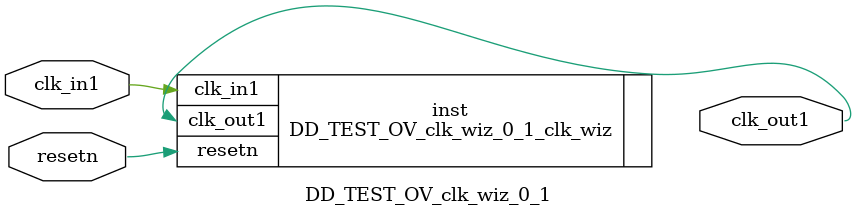
<source format=v>


`timescale 1ps/1ps

(* CORE_GENERATION_INFO = "DD_TEST_OV_clk_wiz_0_1,clk_wiz_v6_0_3_0_0,{component_name=DD_TEST_OV_clk_wiz_0_1,use_phase_alignment=true,use_min_o_jitter=false,use_max_i_jitter=false,use_dyn_phase_shift=false,use_inclk_switchover=false,use_dyn_reconfig=false,enable_axi=0,feedback_source=FDBK_AUTO,PRIMITIVE=MMCM,num_out_clk=1,clkin1_period=8.000,clkin2_period=10.000,use_power_down=false,use_reset=true,use_locked=false,use_inclk_stopped=false,feedback_type=SINGLE,CLOCK_MGR_TYPE=NA,manual_override=false}" *)

module DD_TEST_OV_clk_wiz_0_1 
 (
  // Clock out ports
  output        clk_out1,
  // Status and control signals
  input         resetn,
 // Clock in ports
  input         clk_in1
 );

  DD_TEST_OV_clk_wiz_0_1_clk_wiz inst
  (
  // Clock out ports  
  .clk_out1(clk_out1),
  // Status and control signals               
  .resetn(resetn), 
 // Clock in ports
  .clk_in1(clk_in1)
  );

endmodule

</source>
